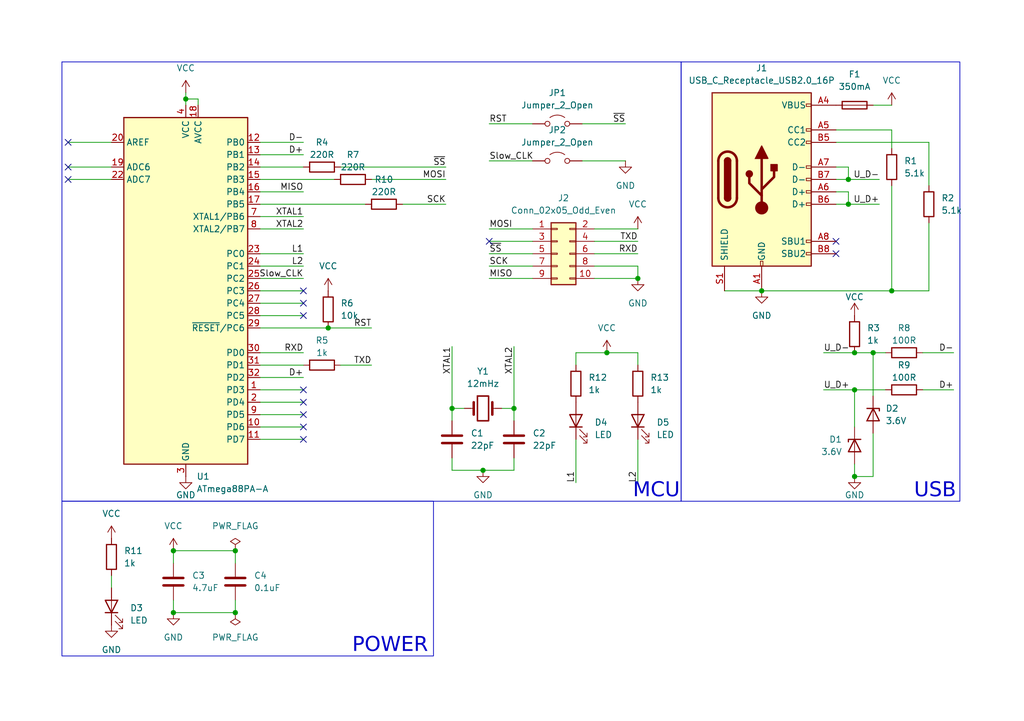
<source format=kicad_sch>
(kicad_sch (version 20231120) (generator "eeschema") (generator_version "8.0")
  (paper "A5")
  (title_block (title "USBasp") (date "2024-08-12") (rev "2.0") (company "yukuyuku4123"))
  (lib_symbols
    (symbol "Connector:USB_C_Receptacle_USB2.0_16P" (pin_names (offset 1.016))
      (property "Reference" "J" (at 0 22.225 0))
      (property "Value" "USB_C_Receptacle_USB2.0_16P" (at 0 19.685 0))
      (symbol "USB_C_Receptacle_USB2.0_16P_0_0"
        (rectangle (start -0.254 -17.78) (end 0.254 -16.764))
        (rectangle (start 10.16 -14.986) (end 9.144 -15.494))
        (rectangle (start 10.16 -12.446) (end 9.144 -12.954))
        (rectangle (start 10.16 -4.826) (end 9.144 -5.334))
        (rectangle (start 10.16 -2.286) (end 9.144 -2.794))
        (rectangle (start 10.16 0.254) (end 9.144 -0.254))
        (rectangle (start 10.16 2.794) (end 9.144 2.286))
        (rectangle (start 10.16 7.874) (end 9.144 7.366))
        (rectangle (start 10.16 10.414) (end 9.144 9.906))
        (rectangle (start 10.16 15.494) (end 9.144 14.986))
      )
      (symbol "USB_C_Receptacle_USB2.0_16P_0_1"
        (rectangle (start -10.16 17.78) (end 10.16 -17.78) (stroke (width 0.254)) (fill (type background)))
        (arc (start -8.89 -3.81) (mid -6.985 -5.7067) (end -5.08 -3.81) (stroke (width 0.508)))
        (arc (start -7.62 -3.81) (mid -6.985 -4.4423) (end -6.35 -3.81) (stroke (width 0.254)))
        (arc (start -7.62 -3.81) (mid -6.985 -4.4423) (end -6.35 -3.81) (stroke (width 0.254)) (fill (type outline)))
        (rectangle (start -7.62 -3.81) (end -6.35 3.81) (stroke (width 0.254)) (fill (type outline)))
        (arc (start -6.35 3.81) (mid -6.985 4.4423) (end -7.62 3.81) (stroke (width 0.254)))
        (arc (start -6.35 3.81) (mid -6.985 4.4423) (end -7.62 3.81) (stroke (width 0.254)) (fill (type outline)))
        (arc (start -5.08 3.81) (mid -6.985 5.7067) (end -8.89 3.81) (stroke (width 0.508)))
        (circle (center -2.54 1.143) (radius 0.635) (stroke (width 0.254)) (fill (type outline)))
        (circle (center 0 -5.842) (radius 1.27) (fill (type outline)))
        (polyline (pts (xy -8.89 -3.81) (xy -8.89 3.81)) (stroke (width 0.508)))
        (polyline (pts (xy -5.08 3.81) (xy -5.08 -3.81)) (stroke (width 0.508)))
        (polyline (pts (xy 0 -5.842) (xy 0 4.318)) (stroke (width 0.508)))
        (polyline (pts (xy 0 -3.302) (xy -2.54 -0.762) (xy -2.54 0.508)) (stroke (width 0.508)))
        (polyline (pts (xy 0 -2.032) (xy 2.54 0.508) (xy 2.54 1.778)) (stroke (width 0.508)))
        (polyline (pts (xy -1.27 4.318) (xy 0 6.858) (xy 1.27 4.318) (xy -1.27 4.318)) (stroke (width 0.254)) (fill (type outline)))
        (rectangle (start 1.905 1.778) (end 3.175 3.048) (stroke (width 0.254)) (fill (type outline)))
      )
      (symbol "USB_C_Receptacle_USB2.0_16P_1_1"
        (pin passive line (at 0 -22.86 90) (length 5.08) (name "GND") (number "A1"))
        (pin passive line (at 0 -22.86 90) (length 5.08) hide (name "GND") (number "A12"))
        (pin passive line (at 15.24 15.24 180) (length 5.08) (name "VBUS") (number "A4"))
        (pin bidirectional line (at 15.24 10.16 180) (length 5.08) (name "CC1") (number "A5"))
        (pin bidirectional line (at 15.24 -2.54 180) (length 5.08) (name "D+") (number "A6"))
        (pin bidirectional line (at 15.24 2.54 180) (length 5.08) (name "D-") (number "A7"))
        (pin bidirectional line (at 15.24 -12.7 180) (length 5.08) (name "SBU1") (number "A8"))
        (pin passive line (at 15.24 15.24 180) (length 5.08) hide (name "VBUS") (number "A9"))
        (pin passive line (at 0 -22.86 90) (length 5.08) hide (name "GND") (number "B1"))
        (pin passive line (at 0 -22.86 90) (length 5.08) hide (name "GND") (number "B12"))
        (pin passive line (at 15.24 15.24 180) (length 5.08) hide (name "VBUS") (number "B4"))
        (pin bidirectional line (at 15.24 7.62 180) (length 5.08) (name "CC2") (number "B5"))
        (pin bidirectional line (at 15.24 -5.08 180) (length 5.08) (name "D+") (number "B6"))
        (pin bidirectional line (at 15.24 0 180) (length 5.08) (name "D-") (number "B7"))
        (pin bidirectional line (at 15.24 -15.24 180) (length 5.08) (name "SBU2") (number "B8"))
        (pin passive line (at 15.24 15.24 180) (length 5.08) hide (name "VBUS") (number "B9"))
        (pin passive line (at -7.62 -22.86 90) (length 5.08) (name "SHIELD") (number "S1"))
      )
    )
    (symbol "Connector_Generic:Conn_02x05_Odd_Even" (pin_names (offset 1.016) hide)
      (property "Reference" "J" (at 1.27 7.62 0))
      (property "Value" "Conn_02x05_Odd_Even" (at 1.27 -7.62 0))
      (symbol "Conn_02x05_Odd_Even_1_1"
        (rectangle (start -1.27 -4.953) (end 0 -5.207) (stroke (width 0.1524)))
        (rectangle (start -1.27 -2.413) (end 0 -2.667) (stroke (width 0.1524)))
        (rectangle (start -1.27 0.127) (end 0 -0.127) (stroke (width 0.1524)))
        (rectangle (start -1.27 2.667) (end 0 2.413) (stroke (width 0.1524)))
        (rectangle (start -1.27 5.207) (end 0 4.953) (stroke (width 0.1524)))
        (rectangle (start -1.27 6.35) (end 3.81 -6.35) (stroke (width 0.254)) (fill (type background)))
        (rectangle (start 3.81 -4.953) (end 2.54 -5.207) (stroke (width 0.1524)))
        (rectangle (start 3.81 -2.413) (end 2.54 -2.667) (stroke (width 0.1524)))
        (rectangle (start 3.81 0.127) (end 2.54 -0.127) (stroke (width 0.1524)))
        (rectangle (start 3.81 2.667) (end 2.54 2.413) (stroke (width 0.1524)))
        (rectangle (start 3.81 5.207) (end 2.54 4.953) (stroke (width 0.1524)))
        (pin passive line (at -5.08 5.08 0) (length 3.81) (name "Pin_1") (number "1"))
        (pin passive line (at 7.62 -5.08 180) (length 3.81) (name "Pin_10") (number "10"))
        (pin passive line (at 7.62 5.08 180) (length 3.81) (name "Pin_2") (number "2"))
        (pin passive line (at -5.08 2.54 0) (length 3.81) (name "Pin_3") (number "3"))
        (pin passive line (at 7.62 2.54 180) (length 3.81) (name "Pin_4") (number "4"))
        (pin passive line (at -5.08 0 0) (length 3.81) (name "Pin_5") (number "5"))
        (pin passive line (at 7.62 0 180) (length 3.81) (name "Pin_6") (number "6"))
        (pin passive line (at -5.08 -2.54 0) (length 3.81) (name "Pin_7") (number "7"))
        (pin passive line (at 7.62 -2.54 180) (length 3.81) (name "Pin_8") (number "8"))
        (pin passive line (at -5.08 -5.08 0) (length 3.81) (name "Pin_9") (number "9"))
      )
    )
    (symbol "Device:C" (pin_numbers hide) (pin_names (offset 0.254))
      (property "Reference" "C" (at 0.635 2.54 0))
      (property "Value" "C" (at 0.635 -2.54 0))
      (symbol "C_0_1"
        (polyline (pts (xy -2.032 -0.762) (xy 2.032 -0.762)) (stroke (width 0.508)))
        (polyline (pts (xy -2.032 0.762) (xy 2.032 0.762)) (stroke (width 0.508)))
      )
      (symbol "C_1_1"
        (pin passive line (at 0 3.81 270) (length 2.794) (name "~") (number "1"))
        (pin passive line (at 0 -3.81 90) (length 2.794) (name "~") (number "2"))
      )
    )
    (symbol "Device:Crystal" (pin_numbers hide) (pin_names (offset 1.016) hide)
      (property "Reference" "Y" (at 0 3.81 0))
      (property "Value" "Crystal" (at 0 -3.81 0))
      (symbol "Crystal_0_1"
        (rectangle (start -1.143 2.54) (end 1.143 -2.54) (stroke (width 0.3048)))
        (polyline (pts (xy -2.54 0) (xy -1.905 0)))
        (polyline (pts (xy -1.905 -1.27) (xy -1.905 1.27)) (stroke (width 0.508)))
        (polyline (pts (xy 1.905 -1.27) (xy 1.905 1.27)) (stroke (width 0.508)))
        (polyline (pts (xy 2.54 0) (xy 1.905 0)))
      )
      (symbol "Crystal_1_1"
        (pin passive line (at -3.81 0 0) (length 1.27) (name "1") (number "1"))
        (pin passive line (at 3.81 0 180) (length 1.27) (name "2") (number "2"))
      )
    )
    (symbol "Device:D_Zener" (pin_numbers hide) (pin_names (offset 1.016) hide)
      (property "Reference" "D" (at 0 2.54 0))
      (property "Value" "D_Zener" (at 0 -2.54 0))
      (symbol "D_Zener_0_1"
        (polyline (pts (xy 1.27 0) (xy -1.27 0)))
        (polyline (pts (xy -1.27 -1.27) (xy -1.27 1.27) (xy -0.762 1.27)) (stroke (width 0.254)))
        (polyline (pts (xy 1.27 -1.27) (xy 1.27 1.27) (xy -1.27 0) (xy 1.27 -1.27)) (stroke (width 0.254)))
      )
      (symbol "D_Zener_1_1"
        (pin passive line (at -3.81 0 0) (length 2.54) (name "K") (number "1"))
        (pin passive line (at 3.81 0 180) (length 2.54) (name "A") (number "2"))
      )
    )
    (symbol "Device:Fuse" (pin_numbers hide) (pin_names (offset 0))
      (property "Reference" "F" (at 2.032 0 90))
      (property "Value" "Fuse" (at -1.905 0 90))
      (symbol "Fuse_0_1"
        (rectangle (start -0.762 -2.54) (end 0.762 2.54) (stroke (width 0.254)))
        (polyline (pts (xy 0 2.54) (xy 0 -2.54)))
      )
      (symbol "Fuse_1_1"
        (pin passive line (at 0 3.81 270) (length 1.27) (name "~") (number "1"))
        (pin passive line (at 0 -3.81 90) (length 1.27) (name "~") (number "2"))
      )
    )
    (symbol "Device:LED" (pin_numbers hide) (pin_names (offset 1.016) hide)
      (property "Reference" "D" (at 0 2.54 0))
      (property "Value" "LED" (at 0 -2.54 0))
      (symbol "LED_0_1"
        (polyline (pts (xy -1.27 -1.27) (xy -1.27 1.27)) (stroke (width 0.254)))
        (polyline (pts (xy -1.27 0) (xy 1.27 0)))
        (polyline (pts (xy 1.27 -1.27) (xy 1.27 1.27) (xy -1.27 0) (xy 1.27 -1.27)) (stroke (width 0.254)))
        (polyline (pts (xy -3.048 -0.762) (xy -4.572 -2.286) (xy -3.81 -2.286) (xy -4.572 -2.286) (xy -4.572 -1.524)))
        (polyline (pts (xy -1.778 -0.762) (xy -3.302 -2.286) (xy -2.54 -2.286) (xy -3.302 -2.286) (xy -3.302 -1.524)))
      )
      (symbol "LED_1_1"
        (pin passive line (at -3.81 0 0) (length 2.54) (name "K") (number "1"))
        (pin passive line (at 3.81 0 180) (length 2.54) (name "A") (number "2"))
      )
    )
    (symbol "Device:R" (pin_numbers hide) (pin_names (offset 0))
      (property "Reference" "R" (at 2.032 0 90))
      (property "Value" "R" (at 0 0 90))
      (symbol "R_0_1"
        (rectangle (start -1.016 -2.54) (end 1.016 2.54) (stroke (width 0.254)))
      )
      (symbol "R_1_1"
        (pin passive line (at 0 3.81 270) (length 1.27) (name "~") (number "1"))
        (pin passive line (at 0 -3.81 90) (length 1.27) (name "~") (number "2"))
      )
    )
    (symbol "Jumper:Jumper_2_Open" (pin_numbers hide) (pin_names (offset 0) hide) (exclude_from_sim yes)
      (property "Reference" "JP" (at 0 2.794 0))
      (property "Value" "Jumper_2_Open" (at 0 -2.286 0))
      (symbol "Jumper_2_Open_0_0"
        (circle (center -2.032 0) (radius 0.508))
        (circle (center 2.032 0) (radius 0.508))
      )
      (symbol "Jumper_2_Open_0_1"
        (arc (start 1.524 1.27) (mid 0 1.778) (end -1.524 1.27))
      )
      (symbol "Jumper_2_Open_1_1"
        (pin passive line (at -5.08 0 0) (length 2.54) (name "A") (number "1"))
        (pin passive line (at 5.08 0 180) (length 2.54) (name "B") (number "2"))
      )
    )
    (symbol "MCU_Microchip_ATmega:ATmega88PA-A"
      (property "Reference" "U" (at -12.7 36.83 0))
      (property "Value" "ATmega88PA-A" (at 2.54 -36.83 0))
      (symbol "ATmega88PA-A_0_1"
        (rectangle (start -12.7 -35.56) (end 12.7 35.56) (stroke (width 0.254)) (fill (type background)))
      )
      (symbol "ATmega88PA-A_1_1"
        (pin bidirectional line (at 15.24 -20.32 180) (length 2.54) (name "PD3") (number "1"))
        (pin bidirectional line (at 15.24 -27.94 180) (length 2.54) (name "PD6") (number "10"))
        (pin bidirectional line (at 15.24 -30.48 180) (length 2.54) (name "PD7") (number "11"))
        (pin bidirectional line (at 15.24 30.48 180) (length 2.54) (name "PB0") (number "12"))
        (pin bidirectional line (at 15.24 27.94 180) (length 2.54) (name "PB1") (number "13"))
        (pin bidirectional line (at 15.24 25.4 180) (length 2.54) (name "PB2") (number "14"))
        (pin bidirectional line (at 15.24 22.86 180) (length 2.54) (name "PB3") (number "15"))
        (pin bidirectional line (at 15.24 20.32 180) (length 2.54) (name "PB4") (number "16"))
        (pin bidirectional line (at 15.24 17.78 180) (length 2.54) (name "PB5") (number "17"))
        (pin power_in line (at 2.54 38.1 270) (length 2.54) (name "AVCC") (number "18"))
        (pin input line (at -15.24 25.4 0) (length 2.54) (name "ADC6") (number "19"))
        (pin bidirectional line (at 15.24 -22.86 180) (length 2.54) (name "PD4") (number "2"))
        (pin passive line (at -15.24 30.48 0) (length 2.54) (name "AREF") (number "20"))
        (pin passive line (at 0 -38.1 90) (length 2.54) hide (name "GND") (number "21"))
        (pin input line (at -15.24 22.86 0) (length 2.54) (name "ADC7") (number "22"))
        (pin bidirectional line (at 15.24 7.62 180) (length 2.54) (name "PC0") (number "23"))
        (pin bidirectional line (at 15.24 5.08 180) (length 2.54) (name "PC1") (number "24"))
        (pin bidirectional line (at 15.24 2.54 180) (length 2.54) (name "PC2") (number "25"))
        (pin bidirectional line (at 15.24 0 180) (length 2.54) (name "PC3") (number "26"))
        (pin bidirectional line (at 15.24 -2.54 180) (length 2.54) (name "PC4") (number "27"))
        (pin bidirectional line (at 15.24 -5.08 180) (length 2.54) (name "PC5") (number "28"))
        (pin bidirectional line (at 15.24 -7.62 180) (length 2.54) (name "~{RESET}/PC6") (number "29"))
        (pin power_in line (at 0 -38.1 90) (length 2.54) (name "GND") (number "3"))
        (pin bidirectional line (at 15.24 -12.7 180) (length 2.54) (name "PD0") (number "30"))
        (pin bidirectional line (at 15.24 -15.24 180) (length 2.54) (name "PD1") (number "31"))
        (pin bidirectional line (at 15.24 -17.78 180) (length 2.54) (name "PD2") (number "32"))
        (pin power_in line (at 0 38.1 270) (length 2.54) (name "VCC") (number "4"))
        (pin passive line (at 0 -38.1 90) (length 2.54) hide (name "GND") (number "5"))
        (pin passive line (at 0 38.1 270) (length 2.54) hide (name "VCC") (number "6"))
        (pin bidirectional line (at 15.24 15.24 180) (length 2.54) (name "XTAL1/PB6") (number "7"))
        (pin bidirectional line (at 15.24 12.7 180) (length 2.54) (name "XTAL2/PB7") (number "8"))
        (pin bidirectional line (at 15.24 -25.4 180) (length 2.54) (name "PD5") (number "9"))
      )
    )
    (symbol "power:GND" (power) (pin_numbers hide) (pin_names (offset 0) hide)
      (property "Value" "GND" (at 0 -3.81 0))
      (symbol "GND_0_1"
        (polyline (pts (xy 0 0) (xy 0 -1.27) (xy 1.27 -1.27) (xy 0 -2.54) (xy -1.27 -1.27) (xy 0 -1.27)))
      )
      (symbol "GND_1_1"
        (pin power_in line (at 0 0 270) (length 0) (name "~") (number "1"))
      )
    )
    (symbol "power:PWR_FLAG" (power) (pin_numbers hide) (pin_names (offset 0) hide)
      (property "Value" "PWR_FLAG" (at 0 3.81 0))
      (symbol "PWR_FLAG_0_0"
        (pin power_out line (at 0 0 90) (length 0) (name "~") (number "1"))
      )
      (symbol "PWR_FLAG_0_1"
        (polyline (pts (xy 0 0) (xy 0 1.27) (xy -1.016 1.905) (xy 0 2.54) (xy 1.016 1.905) (xy 0 1.27)))
      )
    )
    (symbol "power:VCC" (power) (pin_numbers hide) (pin_names (offset 0) hide)
      (property "Value" "VCC" (at 0 3.556 0))
      (symbol "VCC_0_1"
        (polyline (pts (xy -0.762 1.27) (xy 0 2.54)))
        (polyline (pts (xy 0 0) (xy 0 2.54)))
        (polyline (pts (xy 0 2.54) (xy 0.762 1.27)))
      )
      (symbol "VCC_1_1"
        (pin power_in line (at 0 0 90) (length 0) (name "~") (number "1"))
      )
    )
  )
  (junction (at 175.26 97.79))
  (junction (at 99.06 96.52))
  (junction (at 92.71 83.82))
  (junction (at 48.26 113.03))
  (junction (at 182.88 59.69))
  (junction (at 173.99 41.91))
  (junction (at 67.31 67.31))
  (junction (at 179.07 72.39))
  (junction (at 35.56 125.73))
  (junction (at 124.46 72.39))
  (junction (at 48.26 125.73))
  (junction (at 130.81 57.15))
  (junction (at 105.41 83.82))
  (junction (at 35.56 113.03))
  (junction (at 38.1 20.32))
  (junction (at 173.99 36.83))
  (junction (at 175.26 80.01))
  (junction (at 156.21 59.69))
  (junction (at 175.26 72.39))
  (no_connect (at 62.23 64.77))
  (no_connect (at 171.45 49.53))
  (no_connect (at 62.23 82.55))
  (no_connect (at 62.23 62.23))
  (no_connect (at 62.23 59.69))
  (no_connect (at 13.97 29.21))
  (no_connect (at 62.23 90.17))
  (no_connect (at 62.23 85.09))
  (no_connect (at 13.97 34.29))
  (no_connect (at 13.97 36.83))
  (no_connect (at 171.45 52.07))
  (no_connect (at 62.23 87.63))
  (no_connect (at 100.33 49.53))
  (no_connect (at 62.23 80.01))
  (wire (pts (xy 53.34 77.47) (xy 62.23 77.47)))
  (wire (pts (xy 53.34 41.91) (xy 74.93 41.91)))
  (wire (pts (xy 53.34 90.17) (xy 62.23 90.17)))
  (wire (pts (xy 190.5 59.69) (xy 182.88 59.69)))
  (wire (pts (xy 189.23 72.39) (xy 195.58 72.39)))
  (wire (pts (xy 100.33 52.07) (xy 109.22 52.07)))
  (wire (pts (xy 179.07 72.39) (xy 179.07 81.28)))
  (wire (pts (xy 53.34 36.83) (xy 68.58 36.83)))
  (wire (pts (xy 53.34 80.01) (xy 62.23 80.01)))
  (wire (pts (xy 182.88 26.67) (xy 182.88 30.48)))
  (wire (pts (xy 121.92 54.61) (xy 130.81 54.61)))
  (wire (pts (xy 173.99 36.83) (xy 180.34 36.83)))
  (wire (pts (xy 118.11 90.17) (xy 118.11 99.06)))
  (wire (pts (xy 173.99 41.91) (xy 180.34 41.91)))
  (wire (pts (xy 13.97 29.21) (xy 22.86 29.21)))
  (wire (pts (xy 13.97 36.83) (xy 22.86 36.83)))
  (wire (pts (xy 53.34 57.15) (xy 62.23 57.15)))
  (wire (pts (xy 182.88 59.69) (xy 156.21 59.69)))
  (wire (pts (xy 53.34 59.69) (xy 62.23 59.69)))
  (wire (pts (xy 171.45 26.67) (xy 182.88 26.67)))
  (wire (pts (xy 92.71 96.52) (xy 99.06 96.52)))
  (wire (pts (xy 175.26 80.01) (xy 181.61 80.01)))
  (wire (pts (xy 100.33 25.4) (xy 109.22 25.4)))
  (wire (pts (xy 22.86 118.11) (xy 22.86 120.65)))
  (wire (pts (xy 53.34 52.07) (xy 62.23 52.07)))
  (wire (pts (xy 190.5 45.72) (xy 190.5 59.69)))
  (wire (pts (xy 105.41 83.82) (xy 105.41 86.36)))
  (wire (pts (xy 130.81 72.39) (xy 130.81 74.93)))
  (wire (pts (xy 99.06 96.52) (xy 105.41 96.52)))
  (wire (pts (xy 175.26 80.01) (xy 175.26 87.63)))
  (wire (pts (xy 100.33 57.15) (xy 109.22 57.15)))
  (wire (pts (xy 92.71 93.98) (xy 92.71 96.52)))
  (wire (pts (xy 53.34 64.77) (xy 62.23 64.77)))
  (wire (pts (xy 102.87 83.82) (xy 105.41 83.82)))
  (wire (pts (xy 92.71 71.12) (xy 92.71 83.82)))
  (wire (pts (xy 121.92 57.15) (xy 130.81 57.15)))
  (wire (pts (xy 76.2 36.83) (xy 91.44 36.83)))
  (wire (pts (xy 121.92 52.07) (xy 130.81 52.07)))
  (wire (pts (xy 92.71 83.82) (xy 92.71 86.36)))
  (wire (pts (xy 48.26 113.03) (xy 48.26 115.57)))
  (wire (pts (xy 38.1 20.32) (xy 38.1 21.59)))
  (wire (pts (xy 171.45 36.83) (xy 173.99 36.83)))
  (wire (pts (xy 53.34 34.29) (xy 62.23 34.29)))
  (wire (pts (xy 189.23 80.01) (xy 195.58 80.01)))
  (wire (pts (xy 53.34 87.63) (xy 62.23 87.63)))
  (wire (pts (xy 119.38 25.4) (xy 128.27 25.4)))
  (wire (pts (xy 53.34 29.21) (xy 62.23 29.21)))
  (wire (pts (xy 100.33 46.99) (xy 109.22 46.99)))
  (wire (pts (xy 179.07 97.79) (xy 175.26 97.79)))
  (wire (pts (xy 53.34 44.45) (xy 62.23 44.45)))
  (wire (pts (xy 100.33 49.53) (xy 109.22 49.53)))
  (wire (pts (xy 171.45 29.21) (xy 190.5 29.21)))
  (wire (pts (xy 48.26 123.19) (xy 48.26 125.73)))
  (wire (pts (xy 124.46 72.39) (xy 130.81 72.39)))
  (wire (pts (xy 100.33 33.02) (xy 109.22 33.02)))
  (wire (pts (xy 13.97 34.29) (xy 22.86 34.29)))
  (wire (pts (xy 190.5 29.21) (xy 190.5 38.1)))
  (wire (pts (xy 35.56 125.73) (xy 35.56 123.19)))
  (wire (pts (xy 38.1 19.05) (xy 38.1 20.32)))
  (wire (pts (xy 48.26 125.73) (xy 35.56 125.73)))
  (wire (pts (xy 95.25 83.82) (xy 92.71 83.82)))
  (wire (pts (xy 53.34 74.93) (xy 62.23 74.93)))
  (wire (pts (xy 53.34 54.61) (xy 62.23 54.61)))
  (wire (pts (xy 168.91 80.01) (xy 175.26 80.01)))
  (wire (pts (xy 35.56 115.57) (xy 35.56 113.03)))
  (wire (pts (xy 69.85 74.93) (xy 76.2 74.93)))
  (wire (pts (xy 53.34 31.75) (xy 62.23 31.75)))
  (wire (pts (xy 130.81 90.17) (xy 130.81 99.06)))
  (wire (pts (xy 148.59 59.69) (xy 156.21 59.69)))
  (wire (pts (xy 69.85 34.29) (xy 91.44 34.29)))
  (wire (pts (xy 179.07 72.39) (xy 181.61 72.39)))
  (wire (pts (xy 53.34 72.39) (xy 62.23 72.39)))
  (wire (pts (xy 53.34 39.37) (xy 62.23 39.37)))
  (wire (pts (xy 100.33 54.61) (xy 109.22 54.61)))
  (wire (pts (xy 173.99 39.37) (xy 173.99 41.91)))
  (wire (pts (xy 175.26 97.79) (xy 175.26 95.25)))
  (wire (pts (xy 168.91 72.39) (xy 175.26 72.39)))
  (wire (pts (xy 53.34 82.55) (xy 62.23 82.55)))
  (wire (pts (xy 179.07 21.59) (xy 182.88 21.59)))
  (wire (pts (xy 130.81 54.61) (xy 130.81 57.15)))
  (wire (pts (xy 40.64 20.32) (xy 38.1 20.32)))
  (wire (pts (xy 171.45 39.37) (xy 173.99 39.37)))
  (wire (pts (xy 182.88 38.1) (xy 182.88 59.69)))
  (wire (pts (xy 53.34 67.31) (xy 67.31 67.31)))
  (wire (pts (xy 179.07 88.9) (xy 179.07 97.79)))
  (wire (pts (xy 105.41 96.52) (xy 105.41 93.98)))
  (wire (pts (xy 105.41 71.12) (xy 105.41 83.82)))
  (wire (pts (xy 175.26 72.39) (xy 179.07 72.39)))
  (wire (pts (xy 53.34 46.99) (xy 62.23 46.99)))
  (wire (pts (xy 121.92 49.53) (xy 130.81 49.53)))
  (wire (pts (xy 118.11 72.39) (xy 124.46 72.39)))
  (wire (pts (xy 119.38 33.02) (xy 128.27 33.02)))
  (wire (pts (xy 171.45 41.91) (xy 173.99 41.91)))
  (wire (pts (xy 121.92 46.99) (xy 130.81 46.99)))
  (wire (pts (xy 82.55 41.91) (xy 91.44 41.91)))
  (wire (pts (xy 173.99 34.29) (xy 173.99 36.83)))
  (wire (pts (xy 35.56 113.03) (xy 48.26 113.03)))
  (wire (pts (xy 171.45 34.29) (xy 173.99 34.29)))
  (wire (pts (xy 67.31 67.31) (xy 76.2 67.31)))
  (wire (pts (xy 53.34 85.09) (xy 62.23 85.09)))
  (wire (pts (xy 53.34 62.23) (xy 62.23 62.23)))
  (wire (pts (xy 118.11 74.93) (xy 118.11 72.39)))
  (wire (pts (xy 40.64 21.59) (xy 40.64 20.32)))
  (rectangle (start 139.7 12.7) (end 196.85 102.87))
  (rectangle (start 12.7 12.7) (end 139.7 102.87))
  (rectangle (start 12.7 102.87) (end 88.9 134.62))
  (text "USB" (at 191.77 101.6 0) (effects (font (size 3 3))))
  (text "MCU" (at 134.62 101.6 0) (effects (font (size 3 3))))
  (text "POWER" (at 80.01 133.35 0) (effects (font (size 3 3))))
  (label "RXD" (at 62.23 72.39 180))
  (label "XTAL2" (at 62.23 46.99 180))
  (label "~{SS}" (at 128.27 25.4 180))
  (label "RXD" (at 130.81 52.07 180))
  (label "L2" (at 130.81 99.06 90))
  (label "D+" (at 62.23 31.75 180))
  (label "RST" (at 76.2 67.31 180))
  (label "SCK" (at 100.33 54.61 0))
  (label "SCK" (at 91.44 41.91 180))
  (label "TXD" (at 76.2 74.93 180))
  (label "L2" (at 62.23 54.61 180))
  (label "D-" (at 62.23 29.21 180))
  (label "XTAL2" (at 105.41 71.12 270))
  (label "L1" (at 118.11 99.06 90))
  (label "~{SS}" (at 91.44 34.29 180))
  (label "MISO" (at 100.33 57.15 0))
  (label "RST" (at 100.33 25.4 0))
  (label "MOSI" (at 91.44 36.83 180))
  (label "~{SS}" (at 100.33 52.07 0))
  (label "U_D+" (at 180.34 41.91 180))
  (label "U_D-" (at 168.91 72.39 0))
  (label "U_D-" (at 180.34 36.83 180))
  (label "XTAL1" (at 62.23 44.45 180))
  (label "Slow_CLK" (at 100.33 33.02 0))
  (label "Slow_CLK" (at 62.23 57.15 180))
  (label "D+" (at 62.23 77.47 180))
  (label "XTAL1" (at 92.71 71.12 270))
  (label "D+" (at 195.58 80.01 180))
  (label "D-" (at 195.58 72.39 180))
  (label "TXD" (at 130.81 49.53 180))
  (label "U_D+" (at 168.91 80.01 0))
  (label "MISO" (at 62.23 39.37 180))
  (label "MOSI" (at 100.33 46.99 0))
  (label "L1" (at 62.23 52.07 180))
  (symbol (lib_id "Device:D_Zener") (at 175.26 91.44 90) (mirror x) (unit 1)
    (property "Reference" "D1" (at 172.72 90.1699 90) (effects (justify left)))
    (property "Value" "3.6V" (at 172.72 92.7099 90) (effects (justify left)))
    (property "Footprint" "Diode_SMD:D_SOD-323F" (effects (hide yes)))
    (property "Description" "Zener diode" (effects (hide yes)))
  )
  (symbol (lib_id "power:GND") (at 130.81 57.15 0) (unit 1)
    (property "Reference" "#PWR017" (effects (hide yes)))
    (property "Value" "GND" (at 130.81 62.23 0))
    (property "Description" "Power symbol creates a global label with name \"GND\" , ground" (effects (hide yes)))
  )
  (symbol (lib_id "Device:R") (at 66.04 74.93 90) (unit 1)
    (property "Reference" "R5" (at 66.04 69.85 90))
    (property "Value" "1k" (at 66.04 72.39 90))
    (property "Footprint" "Resistor_SMD:R_0603_1608Metric" (effects (hide yes)))
    (property "Description" "Resistor" (effects (hide yes)))
  )
  (symbol (lib_id "Device:R") (at 66.04 34.29 90) (unit 1)
    (property "Reference" "R4" (at 66.04 29.21 90))
    (property "Value" "220R" (at 66.04 31.75 90))
    (property "Footprint" "Resistor_SMD:R_0603_1608Metric" (effects (hide yes)))
    (property "Description" "Resistor" (effects (hide yes)))
  )
  (symbol (lib_id "Device:R") (at 72.39 36.83 90) (unit 1)
    (property "Reference" "R7" (at 72.39 31.75 90))
    (property "Value" "220R" (at 72.39 34.29 90))
    (property "Footprint" "Resistor_SMD:R_0603_1608Metric" (effects (hide yes)))
    (property "Description" "Resistor" (effects (hide yes)))
  )
  (symbol (lib_id "Connector:USB_C_Receptacle_USB2.0_16P") (at 156.21 36.83 0) (unit 1)
    (property "Reference" "J1" (at 156.21 13.97 0))
    (property "Value" "USB_C_Receptacle_USB2.0_16P" (at 156.21 16.51 0))
    (property "Footprint" "Connector_USB:USB_C_Receptacle_GCT_USB4105-xx-A_16P_TopMnt_Horizontal" (effects (hide yes)))
    (property "Datasheet" "https://www.usb.org/sites/default/files/documents/usb_type-c.zip" (effects (hide yes)))
    (property "Description" "USB 2.0-only 16P Type-C Receptacle connector" (effects (hide yes)))
  )
  (symbol (lib_id "Device:Fuse") (at 175.26 21.59 90) (unit 1)
    (property "Reference" "F1" (at 175.26 15.24 90))
    (property "Value" "350mA" (at 175.26 17.78 90))
    (property "Footprint" "Fuse:Fuse_0603_1608Metric" (effects (hide yes)))
    (property "Description" "Fuse" (effects (hide yes)))
  )
  (symbol (lib_id "Connector_Generic:Conn_02x05_Odd_Even") (at 114.3 52.07 0) (unit 1)
    (property "Reference" "J2" (at 115.57 40.64 0))
    (property "Value" "Conn_02x05_Odd_Even" (at 115.57 43.18 0))
    (property "Footprint" "Connector_PinHeader_2.54mm:PinHeader_2x05_P2.54mm_Vertical" (effects (hide yes)))
    (property "Description" "Generic connector, double row, 02x05, odd/even pin numbering scheme (row 1 odd numbers, row 2 even numbers), script generated (kicad-library-utils/schlib/autogen/connector/)" (effects (hide yes)))
  )
  (symbol (lib_id "Device:C") (at 105.41 90.17 0) (unit 1)
    (property "Reference" "C2" (at 109.22 88.8999 0) (effects (justify left)))
    (property "Value" "22pF" (at 109.22 91.4399 0) (effects (justify left)))
    (property "Footprint" "Capacitor_SMD:C_0402_1005Metric" (effects (hide yes)))
    (property "Description" "Unpolarized capacitor" (effects (hide yes)))
  )
  (symbol (lib_id "Jumper:Jumper_2_Open") (at 114.3 25.4 0) (unit 1) (exclude_from_sim yes)
    (property "Reference" "JP1" (at 114.3 19.05 0))
    (property "Value" "Jumper_2_Open" (at 114.3 21.59 0))
    (property "Footprint" "Connector_PinHeader_2.54mm:PinHeader_1x02_P2.54mm_Vertical" (effects (hide yes)))
    (property "Description" "Jumper, 2-pole, open" (effects (hide yes)))
  )
  (symbol (lib_id "MCU_Microchip_ATmega:ATmega88PA-A") (at 38.1 59.69 0) (unit 1)
    (property "Reference" "U1" (at 40.2941 97.79 0) (effects (justify left)))
    (property "Value" "ATmega88PA-A" (at 40.2941 100.33 0) (effects (justify left)))
    (property "Footprint" "Package_QFP:TQFP-32_7x7mm_P0.8mm" (effects (hide yes)))
    (property "Datasheet" "http://ww1.microchip.com/downloads/en/DeviceDoc/ATmega48PA_88PA_168PA-Data-Sheet-40002011A.pdf" (effects (hide yes)))
    (property "Description" "20MHz, 8kB Flash, 1kB SRAM, 512B EEPROM, TQFP-32" (effects (hide yes)))
  )
  (symbol (lib_id "Device:LED") (at 118.11 86.36 90) (unit 1)
    (property "Reference" "D4" (at 121.92 86.6774 90) (effects (justify right)))
    (property "Value" "LED" (at 121.92 89.2174 90) (effects (justify right)))
    (property "Footprint" "LED_SMD:LED_0603_1608Metric" (effects (hide yes)))
    (property "Description" "Light emitting diode" (effects (hide yes)))
  )
  (symbol (lib_id "Device:R") (at 185.42 80.01 270) (mirror x) (unit 1)
    (property "Reference" "R9" (at 185.42 74.93 90))
    (property "Value" "100R" (at 185.42 77.47 90))
    (property "Footprint" "Resistor_SMD:R_0603_1608Metric" (effects (hide yes)))
    (property "Description" "Resistor" (effects (hide yes)))
  )
  (symbol (lib_id "power:VCC") (at 35.56 113.03 0) (unit 1)
    (property "Reference" "#PWR012" (effects (hide yes)))
    (property "Value" "VCC" (at 35.56 107.95 0))
    (property "Description" "Power symbol creates a global label with name \"VCC\"" (effects (hide yes)))
  )
  (symbol (lib_id "power:VCC") (at 38.1 19.05 0) (unit 1)
    (property "Reference" "#PWR02" (effects (hide yes)))
    (property "Value" "VCC" (at 38.1 13.97 0))
    (property "Description" "Power symbol creates a global label with name \"VCC\"" (effects (hide yes)))
  )
  (symbol (lib_id "Device:C") (at 48.26 119.38 0) (unit 1)
    (property "Reference" "C4" (at 52.07 118.1099 0) (effects (justify left)))
    (property "Value" "0.1uF" (at 52.07 120.6499 0) (effects (justify left)))
    (property "Footprint" "Capacitor_SMD:C_0402_1005Metric" (effects (hide yes)))
    (property "Description" "Unpolarized capacitor" (effects (hide yes)))
  )
  (symbol (lib_id "Device:R") (at 118.11 78.74 0) (unit 1)
    (property "Reference" "R12" (at 120.65 77.4699 0) (effects (justify left)))
    (property "Value" "1k" (at 120.65 80.0099 0) (effects (justify left)))
    (property "Footprint" "Resistor_SMD:R_0603_1608Metric" (effects (hide yes)))
    (property "Description" "Resistor" (effects (hide yes)))
  )
  (symbol (lib_id "power:GND") (at 22.86 128.27 0) (unit 1)
    (property "Reference" "#PWR011" (effects (hide yes)))
    (property "Value" "GND" (at 22.86 133.35 0))
    (property "Description" "Power symbol creates a global label with name \"GND\" , ground" (effects (hide yes)))
  )
  (symbol (lib_id "power:GND") (at 35.56 125.73 0) (unit 1)
    (property "Reference" "#PWR013" (effects (hide yes)))
    (property "Value" "GND" (at 35.56 130.81 0))
    (property "Description" "Power symbol creates a global label with name \"GND\" , ground" (effects (hide yes)))
  )
  (symbol (lib_id "Device:R") (at 175.26 68.58 0) (unit 1)
    (property "Reference" "R3" (at 177.8 67.3099 0) (effects (justify left)))
    (property "Value" "1k" (at 177.8 69.8499 0) (effects (justify left)))
    (property "Footprint" "Resistor_SMD:R_0603_1608Metric" (effects (hide yes)))
    (property "Description" "Resistor" (effects (hide yes)))
  )
  (symbol (lib_id "power:VCC") (at 175.26 64.77 0) (unit 1)
    (property "Reference" "#PWR05" (effects (hide yes)))
    (property "Value" "VCC" (at 175.26 60.96 0))
    (property "Description" "Power symbol creates a global label with name \"VCC\"" (effects (hide yes)))
  )
  (symbol (lib_id "Device:R") (at 130.81 78.74 0) (unit 1)
    (property "Reference" "R13" (at 133.35 77.4699 0) (effects (justify left)))
    (property "Value" "1k" (at 133.35 80.0099 0) (effects (justify left)))
    (property "Footprint" "Resistor_SMD:R_0603_1608Metric" (effects (hide yes)))
    (property "Description" "Resistor" (effects (hide yes)))
  )
  (symbol (lib_id "power:GND") (at 156.21 59.69 0) (unit 1)
    (property "Reference" "#PWR01" (effects (hide yes)))
    (property "Value" "GND" (at 156.21 64.77 0))
    (property "Description" "Power symbol creates a global label with name \"GND\" , ground" (effects (hide yes)))
  )
  (symbol (lib_id "Device:LED") (at 22.86 124.46 90) (unit 1)
    (property "Reference" "D3" (at 26.67 124.7774 90) (effects (justify right)))
    (property "Value" "LED" (at 26.67 127.3174 90) (effects (justify right)))
    (property "Footprint" "LED_SMD:LED_0603_1608Metric" (effects (hide yes)))
    (property "Description" "Light emitting diode" (effects (hide yes)))
  )
  (symbol (lib_id "power:GND") (at 38.1 97.79 0) (unit 1)
    (property "Reference" "#PWR03" (effects (hide yes)))
    (property "Value" "GND" (at 38.1 101.6 0))
    (property "Description" "Power symbol creates a global label with name \"GND\" , ground" (effects (hide yes)))
  )
  (symbol (lib_id "Device:R") (at 67.31 63.5 0) (unit 1)
    (property "Reference" "R6" (at 69.85 62.2299 0) (effects (justify left)))
    (property "Value" "10k" (at 69.85 64.7699 0) (effects (justify left)))
    (property "Footprint" "Resistor_SMD:R_0603_1608Metric" (effects (hide yes)))
    (property "Description" "Resistor" (effects (hide yes)))
  )
  (symbol (lib_id "Device:D_Zener") (at 179.07 85.09 270) (unit 1)
    (property "Reference" "D2" (at 181.61 83.8199 90) (effects (justify left)))
    (property "Value" "3.6V" (at 181.61 86.3599 90) (effects (justify left)))
    (property "Footprint" "Diode_SMD:D_SOD-323F" (effects (hide yes)))
    (property "Description" "Zener diode" (effects (hide yes)))
  )
  (symbol (lib_id "power:GND") (at 99.06 96.52 0) (unit 1)
    (property "Reference" "#PWR09" (effects (hide yes)))
    (property "Value" "GND" (at 99.06 101.6 0))
    (property "Description" "Power symbol creates a global label with name \"GND\" , ground" (effects (hide yes)))
  )
  (symbol (lib_id "power:PWR_FLAG") (at 48.26 125.73 180) (unit 1)
    (property "Reference" "#FLG02" (effects (hide yes)))
    (property "Value" "PWR_FLAG" (at 48.26 130.81 0))
    (property "Description" "Special symbol for telling ERC where power comes from" (effects (hide yes)))
  )
  (symbol (lib_id "power:GND") (at 175.26 97.79 0) (unit 1)
    (property "Reference" "#PWR06" (effects (hide yes)))
    (property "Value" "GND" (at 175.26 101.6 0))
    (property "Description" "Power symbol creates a global label with name \"GND\" , ground" (effects (hide yes)))
  )
  (symbol (lib_id "Device:R") (at 190.5 41.91 180) (unit 1)
    (property "Reference" "R2" (at 193.04 40.6399 0) (effects (justify right)))
    (property "Value" "5.1k" (at 193.04 43.1799 0) (effects (justify right)))
    (property "Footprint" "Resistor_SMD:R_0603_1608Metric" (effects (hide yes)))
    (property "Description" "Resistor" (effects (hide yes)))
  )
  (symbol (lib_id "power:VCC") (at 67.31 59.69 0) (unit 1)
    (property "Reference" "#PWR07" (effects (hide yes)))
    (property "Value" "VCC" (at 67.31 54.61 0))
    (property "Description" "Power symbol creates a global label with name \"VCC\"" (effects (hide yes)))
  )
  (symbol (lib_id "Jumper:Jumper_2_Open") (at 114.3 33.02 0) (unit 1) (exclude_from_sim yes)
    (property "Reference" "JP2" (at 114.3 26.67 0))
    (property "Value" "Jumper_2_Open" (at 114.3 29.21 0))
    (property "Footprint" "Connector_PinHeader_2.54mm:PinHeader_1x02_P2.54mm_Vertical" (effects (hide yes)))
    (property "Description" "Jumper, 2-pole, open" (effects (hide yes)))
  )
  (symbol (lib_id "power:VCC") (at 182.88 21.59 0) (unit 1)
    (property "Reference" "#PWR08" (effects (hide yes)))
    (property "Value" "VCC" (at 182.88 16.51 0))
    (property "Description" "Power symbol creates a global label with name \"VCC\"" (effects (hide yes)))
  )
  (symbol (lib_id "power:VCC") (at 124.46 72.39 0) (unit 1)
    (property "Reference" "#PWR014" (effects (hide yes)))
    (property "Value" "VCC" (at 124.46 67.31 0))
    (property "Description" "Power symbol creates a global label with name \"VCC\"" (effects (hide yes)))
  )
  (symbol (lib_id "power:GND") (at 128.27 33.02 0) (unit 1)
    (property "Reference" "#PWR015" (effects (hide yes)))
    (property "Value" "GND" (at 128.27 38.1 0))
    (property "Description" "Power symbol creates a global label with name \"GND\" , ground" (effects (hide yes)))
  )
  (symbol (lib_id "Device:R") (at 182.88 34.29 0) (unit 1)
    (property "Reference" "R1" (at 185.42 33.0199 0) (effects (justify left)))
    (property "Value" "5.1k" (at 185.42 35.5599 0) (effects (justify left)))
    (property "Footprint" "Resistor_SMD:R_0603_1608Metric" (effects (hide yes)))
    (property "Description" "Resistor" (effects (hide yes)))
  )
  (symbol (lib_id "Device:R") (at 78.74 41.91 90) (unit 1)
    (property "Reference" "R10" (at 78.74 36.83 90))
    (property "Value" "220R" (at 78.74 39.37 90))
    (property "Footprint" "Resistor_SMD:R_0603_1608Metric" (effects (hide yes)))
    (property "Description" "Resistor" (effects (hide yes)))
  )
  (symbol (lib_id "Device:LED") (at 130.81 86.36 90) (unit 1)
    (property "Reference" "D5" (at 134.62 86.6774 90) (effects (justify right)))
    (property "Value" "LED" (at 134.62 89.2174 90) (effects (justify right)))
    (property "Footprint" "LED_SMD:LED_0603_1608Metric" (effects (hide yes)))
    (property "Description" "Light emitting diode" (effects (hide yes)))
  )
  (symbol (lib_id "Device:R") (at 185.42 72.39 90) (unit 1)
    (property "Reference" "R8" (at 185.42 67.31 90))
    (property "Value" "100R" (at 185.42 69.85 90))
    (property "Footprint" "Resistor_SMD:R_0603_1608Metric" (effects (hide yes)))
    (property "Description" "Resistor" (effects (hide yes)))
  )
  (symbol (lib_id "power:VCC") (at 22.86 110.49 0) (unit 1)
    (property "Reference" "#PWR010" (effects (hide yes)))
    (property "Value" "VCC" (at 22.86 105.41 0))
    (property "Description" "Power symbol creates a global label with name \"VCC\"" (effects (hide yes)))
  )
  (symbol (lib_id "power:PWR_FLAG") (at 48.26 113.03 0) (unit 1)
    (property "Reference" "#FLG01" (effects (hide yes)))
    (property "Value" "PWR_FLAG" (at 48.26 107.95 0))
    (property "Description" "Special symbol for telling ERC where power comes from" (effects (hide yes)))
  )
  (symbol (lib_id "Device:C") (at 92.71 90.17 0) (unit 1)
    (property "Reference" "C1" (at 96.52 88.8999 0) (effects (justify left)))
    (property "Value" "22pF" (at 96.52 91.4399 0) (effects (justify left)))
    (property "Footprint" "Capacitor_SMD:C_0402_1005Metric" (effects (hide yes)))
    (property "Description" "Unpolarized capacitor" (effects (hide yes)))
  )
  (symbol (lib_id "Device:R") (at 22.86 114.3 0) (unit 1)
    (property "Reference" "R11" (at 25.4 113.0299 0) (effects (justify left)))
    (property "Value" "1k" (at 25.4 115.5699 0) (effects (justify left)))
    (property "Footprint" "Resistor_SMD:R_0603_1608Metric" (effects (hide yes)))
    (property "Description" "Resistor" (effects (hide yes)))
  )
  (symbol (lib_id "Device:Crystal") (at 99.06 83.82 0) (unit 1)
    (property "Reference" "Y1" (at 99.06 76.2 0))
    (property "Value" "12mHz" (at 99.06 78.74 0))
    (property "Footprint" "Crystal:Crystal_HC49-4H_Vertical" (effects (hide yes)))
    (property "Description" "Two pin crystal" (effects (hide yes)))
  )
  (symbol (lib_id "power:VCC") (at 130.81 46.99 0) (unit 1)
    (property "Reference" "#PWR016" (effects (hide yes)))
    (property "Value" "VCC" (at 130.81 41.91 0))
    (property "Description" "Power symbol creates a global label with name \"VCC\"" (effects (hide yes)))
  )
  (symbol (lib_id "Device:C") (at 35.56 119.38 0) (unit 1)
    (property "Reference" "C3" (at 39.37 118.1099 0) (effects (justify left)))
    (property "Value" "4.7uF" (at 39.37 120.6499 0) (effects (justify left)))
    (property "Footprint" "Capacitor_SMD:C_0603_1608Metric" (effects (hide yes)))
    (property "Description" "Unpolarized capacitor" (effects (hide yes)))
  )
)
</source>
